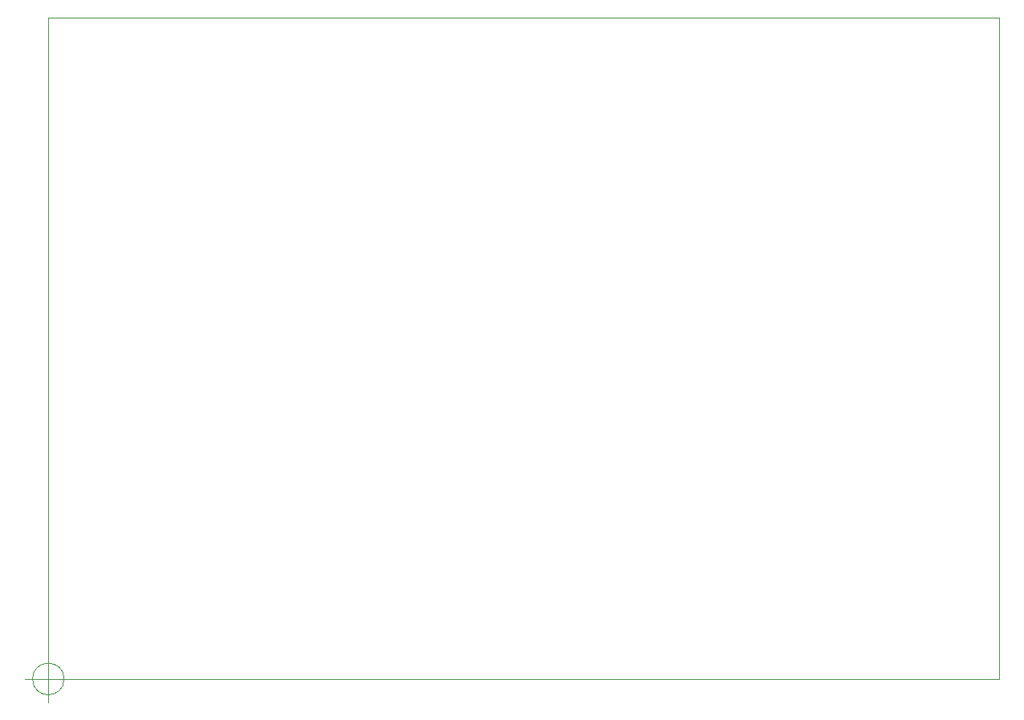
<source format=gbr>
G04 #@! TF.GenerationSoftware,KiCad,Pcbnew,(5.1.4)-1*
G04 #@! TF.CreationDate,2019-12-08T17:51:35+02:00*
G04 #@! TF.ProjectId,Backplane,4261636b-706c-4616-9e65-2e6b69636164,rev?*
G04 #@! TF.SameCoordinates,PX2455c20PY5ad6650*
G04 #@! TF.FileFunction,Profile,NP*
%FSLAX46Y46*%
G04 Gerber Fmt 4.6, Leading zero omitted, Abs format (unit mm)*
G04 Created by KiCad (PCBNEW (5.1.4)-1) date 2019-12-08 17:51:35*
%MOMM*%
%LPD*%
G04 APERTURE LIST*
%ADD10C,0.050000*%
G04 APERTURE END LIST*
D10*
X1666666Y0D02*
G75*
G03X1666666Y0I-1666666J0D01*
G01*
X-2500000Y0D02*
X2500000Y0D01*
X0Y2500000D02*
X0Y-2500000D01*
X0Y0D02*
X0Y69850000D01*
X100330000Y0D02*
X0Y0D01*
X100330000Y69850000D02*
X100330000Y0D01*
X0Y69850000D02*
X100330000Y69850000D01*
M02*

</source>
